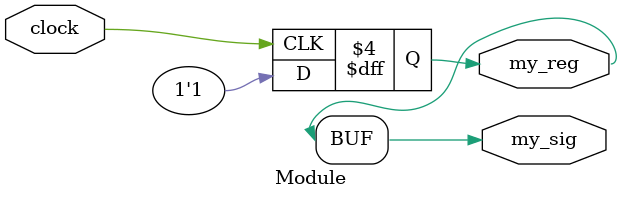
<source format=sv>
`include "metron_tools.sv"


module Module
(
  input logic clock,
  output logic my_sig,
  output logic my_reg
);
/*public:*/

  always_comb begin : tock
    my_sig = my_reg;
  end

  task tick(); 
    my_reg <= 1;
  endtask
  always_ff @(posedge clock) tick();

  /*logic<1> my_sig;*/
  /*logic<1> my_reg;*/
endmodule


</source>
